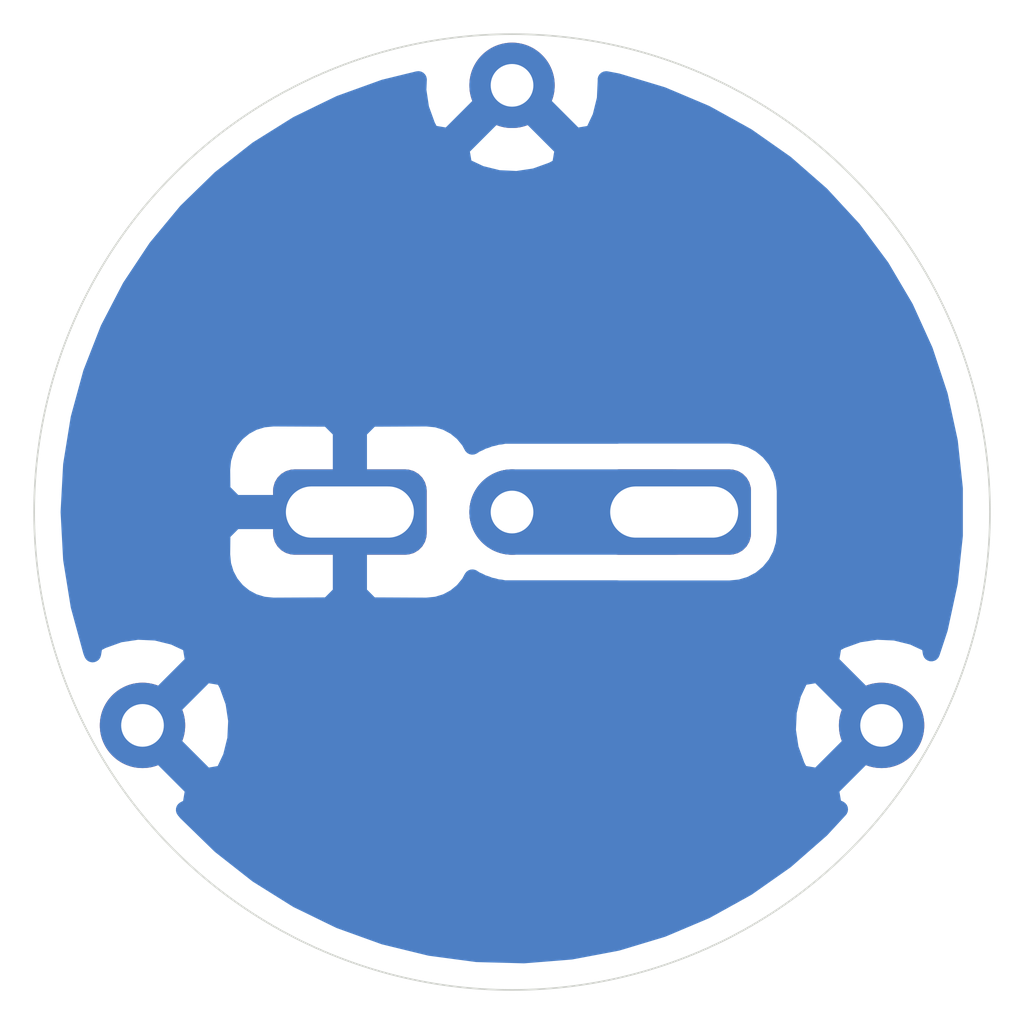
<source format=kicad_pcb>
(kicad_pcb (version 20171130) (host pcbnew "(5.1.7)-1")

  (general
    (thickness 1.6)
    (drawings 1)
    (tracks 1)
    (zones 0)
    (modules 6)
    (nets 3)
  )

  (page A4)
  (layers
    (0 F.Cu signal)
    (31 B.Cu signal)
    (32 B.Adhes user)
    (33 F.Adhes user)
    (34 B.Paste user)
    (35 F.Paste user)
    (36 B.SilkS user)
    (37 F.SilkS user)
    (38 B.Mask user)
    (39 F.Mask user)
    (40 Dwgs.User user)
    (41 Cmts.User user)
    (42 Eco1.User user)
    (43 Eco2.User user)
    (44 Edge.Cuts user)
    (45 Margin user)
    (46 B.CrtYd user)
    (47 F.CrtYd user)
    (48 B.Fab user)
    (49 F.Fab user)
  )

  (setup
    (last_trace_width 0.25)
    (user_trace_width 2.5)
    (trace_clearance 0.2)
    (zone_clearance 0.75)
    (zone_45_only yes)
    (trace_min 0.2)
    (via_size 0.8)
    (via_drill 0.4)
    (via_min_size 0.4)
    (via_min_drill 0.3)
    (uvia_size 0.3)
    (uvia_drill 0.1)
    (uvias_allowed no)
    (uvia_min_size 0.2)
    (uvia_min_drill 0.1)
    (edge_width 0.05)
    (segment_width 0.2)
    (pcb_text_width 0.3)
    (pcb_text_size 1.5 1.5)
    (mod_edge_width 0.12)
    (mod_text_size 1 1)
    (mod_text_width 0.15)
    (pad_size 2.5 2.5)
    (pad_drill 1.25)
    (pad_to_mask_clearance 0)
    (aux_axis_origin 0 0)
    (visible_elements 7FFFFF7F)
    (pcbplotparams
      (layerselection 0x010fc_ffffffff)
      (usegerberextensions true)
      (usegerberattributes false)
      (usegerberadvancedattributes false)
      (creategerberjobfile false)
      (excludeedgelayer true)
      (linewidth 0.100000)
      (plotframeref false)
      (viasonmask false)
      (mode 1)
      (useauxorigin false)
      (hpglpennumber 1)
      (hpglpenspeed 20)
      (hpglpendiameter 15.000000)
      (psnegative false)
      (psa4output false)
      (plotreference true)
      (plotvalue false)
      (plotinvisibletext false)
      (padsonsilk false)
      (subtractmaskfromsilk true)
      (outputformat 1)
      (mirror false)
      (drillshape 0)
      (scaleselection 1)
      (outputdirectory "gerber"))
  )

  (net 0 "")
  (net 1 VCC)
  (net 2 GND)

  (net_class Default "This is the default net class."
    (clearance 0.2)
    (trace_width 0.25)
    (via_dia 0.8)
    (via_drill 0.4)
    (uvia_dia 0.3)
    (uvia_drill 0.1)
    (add_net GND)
    (add_net VCC)
  )

  (module Wire_Pads:SolderWirePad_single_1-2mmDrill (layer F.Cu) (tedit 629E67C3) (tstamp 6292C988)
    (at 170.25 40)
    (path /6292F956)
    (fp_text reference J6 (at 0 -3.81) (layer F.SilkS) hide
      (effects (font (size 1 1) (thickness 0.15)))
    )
    (fp_text value Conn_01x01 (at -1.905 3.175) (layer F.Fab) hide
      (effects (font (size 1 1) (thickness 0.15)))
    )
    (pad 1 thru_hole roundrect (at 0 0) (size 4.5 2.5) (drill oval 3.75 1.5) (layers *.Cu *.Mask) (roundrect_rratio 0.25)
      (net 2 GND))
    (model ${KISYS3DMOD}/Capacitor_THT.3dshapes/CP_Radial_D18.0mm_P7.50mm.step
      (offset (xyz 1 0 0))
      (scale (xyz 1 1 1))
      (rotate (xyz 0 0 0))
    )
  )

  (module Wire_Pads:SolderWirePad_single_1-2mmDrill (layer F.Cu) (tedit 629E67CB) (tstamp 6292A594)
    (at 179.75 40)
    (path /6292BAB5)
    (fp_text reference J5 (at 0 -3.81) (layer F.SilkS) hide
      (effects (font (size 1 1) (thickness 0.15)))
    )
    (fp_text value Conn_01x01 (at -1.905 3.175) (layer F.Fab) hide
      (effects (font (size 1 1) (thickness 0.15)))
    )
    (pad 1 thru_hole roundrect (at 0 0) (size 4.5 2.5) (drill oval 3.75 1.5) (layers *.Cu *.Mask) (roundrect_rratio 0.25)
      (net 1 VCC))
  )

  (module Wire_Pads:SolderWirePad_single_1-2mmDrill (layer F.Cu) (tedit 629E8A4A) (tstamp 6292A591)
    (at 185.825318 46.25)
    (path /6292B3FA)
    (fp_text reference J4 (at 0 -3.81) (layer F.SilkS) hide
      (effects (font (size 1 1) (thickness 0.15)))
    )
    (fp_text value Conn_01x01 (at -1.905 3.175) (layer F.Fab) hide
      (effects (font (size 1 1) (thickness 0.15)))
    )
    (pad 1 thru_hole circle (at 0 0) (size 2.5 2.5) (drill 1.25) (layers *.Cu *.Mask)
      (net 2 GND))
  )

  (module Wire_Pads:SolderWirePad_single_1-2mmDrill (layer F.Cu) (tedit 629E8A45) (tstamp 6292A58E)
    (at 175 27.5)
    (path /6292B030)
    (fp_text reference J3 (at 0 -3.81) (layer F.SilkS) hide
      (effects (font (size 1 1) (thickness 0.15)))
    )
    (fp_text value Conn_01x01 (at -1.905 3.175) (layer F.Fab) hide
      (effects (font (size 1 1) (thickness 0.15)))
    )
    (pad 1 thru_hole circle (at 0 0) (size 2.5 2.5) (drill 1.25) (layers *.Cu *.Mask)
      (net 2 GND))
  )

  (module Wire_Pads:SolderWirePad_single_1-2mmDrill (layer F.Cu) (tedit 629E8A50) (tstamp 6292A58B)
    (at 164.174682 46.25)
    (path /6292AB1C)
    (fp_text reference J2 (at 0 -3.81) (layer F.SilkS) hide
      (effects (font (size 1 1) (thickness 0.15)))
    )
    (fp_text value Conn_01x01 (at -1.905 3.175) (layer F.Fab) hide
      (effects (font (size 1 1) (thickness 0.15)))
    )
    (pad 1 thru_hole circle (at 0 0) (size 2.5 2.5) (drill 1.25) (layers *.Cu *.Mask)
      (net 2 GND))
  )

  (module Wire_Pads:SolderWirePad_single_1-2mmDrill (layer F.Cu) (tedit 629E8A56) (tstamp 6292A588)
    (at 175 40)
    (path /6292A71E)
    (fp_text reference J1 (at 0 -3.81) (layer F.SilkS) hide
      (effects (font (size 1 1) (thickness 0.15)))
    )
    (fp_text value Conn_01x01 (at -1.905 3.175) (layer F.Fab) hide
      (effects (font (size 1 1) (thickness 0.15)))
    )
    (pad 1 thru_hole circle (at 0 0) (size 2.5 2.5) (drill 1.25) (layers *.Cu *.Mask)
      (net 1 VCC))
  )

  (gr_circle (center 175 40) (end 188.999999 40) (layer Edge.Cuts) (width 0.05))

  (segment (start 175 40) (end 179.75 40) (width 2.5) (layer B.Cu) (net 1))

  (zone (net 2) (net_name GND) (layer B.Cu) (tstamp 629E8A78) (hatch edge 0.508)
    (connect_pads (clearance 0.75))
    (min_thickness 0.5)
    (fill yes (arc_segments 32) (thermal_gap 1.25) (thermal_bridge_width 1))
    (polygon
      (pts
        (xy 190 55) (xy 160 55) (xy 160 25) (xy 190 25)
      )
    )
    (filled_polygon
      (pts
        (xy 175.367696 27.485858) (xy 175.353553 27.5) (xy 176.856286 29.002733) (xy 177.37334 28.915315) (xy 177.603851 28.425105)
        (xy 177.734298 27.899343) (xy 177.759667 27.358234) (xy 177.756131 27.334761) (xy 178.079314 27.395698) (xy 179.401624 27.794415)
        (xy 180.674062 28.331426) (xy 181.882211 29.000647) (xy 183.012381 29.794494) (xy 184.051768 30.703975) (xy 184.988595 31.718782)
        (xy 185.812247 32.82742) (xy 186.513392 34.017325) (xy 187.084086 35.275017) (xy 187.517862 36.586244) (xy 187.809806 37.936151)
        (xy 187.956609 39.309442) (xy 187.956609 40.690558) (xy 187.809806 42.063849) (xy 187.517862 43.413756) (xy 187.282603 44.124902)
        (xy 187.240633 43.87666) (xy 186.750423 43.646149) (xy 186.224661 43.515702) (xy 185.683552 43.490333) (xy 185.147892 43.571016)
        (xy 184.638265 43.754652) (xy 184.410003 43.87666) (xy 184.322585 44.393714) (xy 185.825318 45.896447) (xy 185.839461 45.882305)
        (xy 186.193014 46.235858) (xy 186.178871 46.25) (xy 186.290245 46.361374) (xy 186.028072 46.806307) (xy 185.825318 46.603553)
        (xy 184.322585 48.106286) (xy 184.410003 48.62334) (xy 184.593226 48.709497) (xy 184.051768 49.296025) (xy 183.012381 50.205506)
        (xy 181.882211 50.999353) (xy 180.674062 51.668574) (xy 179.401624 52.205585) (xy 178.079314 52.604302) (xy 176.722114 52.860207)
        (xy 175.345401 52.970401) (xy 173.964775 52.933635) (xy 172.595879 52.750326) (xy 171.254222 52.42255) (xy 169.955007 51.954022)
        (xy 168.712953 51.35005) (xy 167.542134 50.617478) (xy 166.455816 49.764605) (xy 165.466306 48.801095) (xy 165.40217 48.723735)
        (xy 165.589997 48.62334) (xy 165.677415 48.106286) (xy 164.174682 46.603553) (xy 163.968872 46.809363) (xy 163.821337 46.586963)
        (xy 163.706043 46.365086) (xy 163.821129 46.25) (xy 164.528235 46.25) (xy 166.030968 47.752733) (xy 166.548022 47.665315)
        (xy 166.778533 47.175105) (xy 166.90898 46.649343) (xy 166.921056 46.391766) (xy 183.065651 46.391766) (xy 183.146334 46.927426)
        (xy 183.32997 47.437053) (xy 183.451978 47.665315) (xy 183.969032 47.752733) (xy 185.471765 46.25) (xy 183.969032 44.747267)
        (xy 183.451978 44.834685) (xy 183.221467 45.324895) (xy 183.09102 45.850657) (xy 183.065651 46.391766) (xy 166.921056 46.391766)
        (xy 166.934349 46.108234) (xy 166.853666 45.572574) (xy 166.67003 45.062947) (xy 166.548022 44.834685) (xy 166.030968 44.747267)
        (xy 164.528235 46.25) (xy 163.821129 46.25) (xy 163.806987 46.235858) (xy 164.16054 45.882305) (xy 164.174682 45.896447)
        (xy 165.677415 44.393714) (xy 165.589997 43.87666) (xy 165.099787 43.646149) (xy 164.574025 43.515702) (xy 164.032916 43.490333)
        (xy 163.497256 43.571016) (xy 162.987629 43.754652) (xy 162.759367 43.87666) (xy 162.712454 44.154138) (xy 162.681567 44.075145)
        (xy 162.318192 42.742689) (xy 162.098507 41.379158) (xy 162.091624 41.25) (xy 166.492742 41.25) (xy 166.521704 41.544051)
        (xy 166.607475 41.826803) (xy 166.746761 42.087388) (xy 166.934208 42.315792) (xy 167.162612 42.503239) (xy 167.423197 42.642525)
        (xy 167.705949 42.728296) (xy 168 42.757258) (xy 169.625 42.75) (xy 170 42.375) (xy 170 40.25)
        (xy 166.875 40.25) (xy 166.5 40.625) (xy 166.492742 41.25) (xy 162.091624 41.25) (xy 162.025001 40)
        (xy 162.091623 38.75) (xy 166.492742 38.75) (xy 166.5 39.375) (xy 166.875 39.75) (xy 170 39.75)
        (xy 170 37.625) (xy 170.5 37.625) (xy 170.5 39.75) (xy 170.52 39.75) (xy 170.52 40.25)
        (xy 170.5 40.25) (xy 170.5 42.375) (xy 170.875 42.75) (xy 172.5 42.757258) (xy 172.794051 42.728296)
        (xy 173.076803 42.642525) (xy 173.337388 42.503239) (xy 173.565792 42.315792) (xy 173.753239 42.087388) (xy 173.837446 41.929849)
        (xy 173.841866 41.932212) (xy 173.934225 41.993924) (xy 174.03685 42.036433) (xy 174.134796 42.088786) (xy 174.241074 42.121025)
        (xy 174.343699 42.163534) (xy 174.452644 42.185204) (xy 174.558923 42.217444) (xy 174.669451 42.22833) (xy 174.778394 42.25)
        (xy 178.075879 42.25) (xy 178.125 42.254838) (xy 181.375 42.254838) (xy 181.692966 42.223521) (xy 181.998712 42.130774)
        (xy 182.280489 41.980161) (xy 182.52747 41.77747) (xy 182.730161 41.530489) (xy 182.880774 41.248712) (xy 182.973521 40.942966)
        (xy 183.004838 40.625) (xy 183.004838 39.375) (xy 182.973521 39.057034) (xy 182.880774 38.751288) (xy 182.730161 38.469511)
        (xy 182.52747 38.22253) (xy 182.280489 38.019839) (xy 181.998712 37.869226) (xy 181.692966 37.776479) (xy 181.375 37.745162)
        (xy 178.125 37.745162) (xy 178.075879 37.75) (xy 174.778394 37.75) (xy 174.669451 37.77167) (xy 174.558923 37.782556)
        (xy 174.452644 37.814796) (xy 174.343699 37.836466) (xy 174.241074 37.878975) (xy 174.134796 37.911214) (xy 174.03685 37.963567)
        (xy 173.934225 38.006076) (xy 173.841866 38.067788) (xy 173.837446 38.070151) (xy 173.753239 37.912612) (xy 173.565792 37.684208)
        (xy 173.337388 37.496761) (xy 173.076803 37.357475) (xy 172.794051 37.271704) (xy 172.5 37.242742) (xy 170.875 37.25)
        (xy 170.5 37.625) (xy 170 37.625) (xy 169.625 37.25) (xy 168 37.242742) (xy 167.705949 37.271704)
        (xy 167.423197 37.357475) (xy 167.162612 37.496761) (xy 166.934208 37.684208) (xy 166.746761 37.912612) (xy 166.607475 38.173197)
        (xy 166.521704 38.455949) (xy 166.492742 38.75) (xy 162.091623 38.75) (xy 162.098507 38.620842) (xy 162.318192 37.257311)
        (xy 162.681567 35.924855) (xy 163.184515 34.638572) (xy 163.821337 33.413037) (xy 164.584817 32.262134) (xy 165.466306 31.198905)
        (xy 166.455816 30.235395) (xy 167.542134 29.382522) (xy 167.584065 29.356286) (xy 173.497267 29.356286) (xy 173.584685 29.87334)
        (xy 174.074895 30.103851) (xy 174.600657 30.234298) (xy 175.141766 30.259667) (xy 175.677426 30.178984) (xy 176.187053 29.995348)
        (xy 176.415315 29.87334) (xy 176.502733 29.356286) (xy 175 27.853553) (xy 173.497267 29.356286) (xy 167.584065 29.356286)
        (xy 168.712953 28.64995) (xy 169.955007 28.045978) (xy 171.254222 27.57745) (xy 172.254809 27.333) (xy 172.240333 27.641766)
        (xy 172.321016 28.177426) (xy 172.504652 28.687053) (xy 172.62666 28.915315) (xy 173.143714 29.002733) (xy 174.646447 27.5)
        (xy 174.632305 27.485858) (xy 174.985858 27.132305) (xy 175 27.146447) (xy 175.014143 27.132305)
      )
    )
  )
)

</source>
